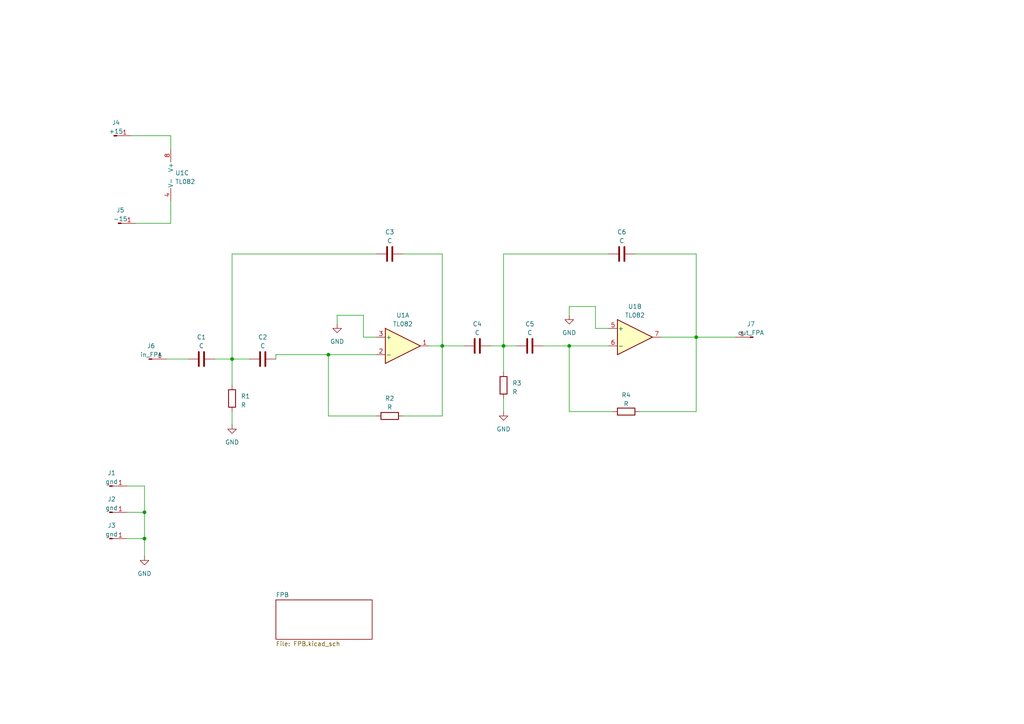
<source format=kicad_sch>
(kicad_sch (version 20230121) (generator eeschema)
  (paper "A4")
  (lib_symbols
    (symbol "Amplifier_Operational:TL082" (pin_names (offset 0.127))
      (property "Reference" "U" (at 0 5.08 0))
      (property "Value" "TL082" (at 0 -5.08 0))
      (symbol "TL082_1_1"
        (polyline (pts (xy -5.08 5.08) (xy 5.08 0) (xy -5.08 -5.08) (xy -5.08 5.08)) (stroke (width 0.254)) (fill (type background)))
        (pin output line (at 7.62 0 180) (length 2.54) (name "~") (number "1"))
        (pin input line (at -7.62 -2.54 0) (length 2.54) (name "-") (number "2"))
        (pin input line (at -7.62 2.54 0) (length 2.54) (name "+") (number "3"))
      )
      (symbol "TL082_2_1"
        (polyline (pts (xy -5.08 5.08) (xy 5.08 0) (xy -5.08 -5.08) (xy -5.08 5.08)) (stroke (width 0.254)) (fill (type background)))
        (pin input line (at -7.62 2.54 0) (length 2.54) (name "+") (number "5"))
        (pin input line (at -7.62 -2.54 0) (length 2.54) (name "-") (number "6"))
        (pin output line (at 7.62 0 180) (length 2.54) (name "~") (number "7"))
      )
      (symbol "TL082_3_1"
        (pin power_in line (at -2.54 -7.62 90) (length 3.81) (name "V-") (number "4"))
        (pin power_in line (at -2.54 7.62 270) (length 3.81) (name "V+") (number "8"))
      )
    )
    (symbol "Connector:Conn_01x01_Pin" (pin_names (offset 1.016) hide)
      (property "Reference" "J" (at 0 2.54 0))
      (property "Value" "Conn_01x01_Pin" (at 0 -2.54 0))
      (symbol "Conn_01x01_Pin_1_1"
        (polyline (pts (xy 1.27 0) (xy 0.8636 0)) (stroke (width 0.1524)))
        (rectangle (start 0.8636 0.127) (end 0 -0.127) (stroke (width 0.1524)) (fill (type outline)))
        (pin passive line (at 5.08 0 180) (length 3.81) (name "Pin_1") (number "1"))
      )
    )
    (symbol "Device:C" (pin_numbers hide) (pin_names (offset 0.254))
      (property "Reference" "C" (at 0.635 2.54 0))
      (property "Value" "C" (at 0.635 -2.54 0))
      (symbol "C_0_1"
        (polyline (pts (xy -2.032 -0.762) (xy 2.032 -0.762)) (stroke (width 0.508)))
        (polyline (pts (xy -2.032 0.762) (xy 2.032 0.762)) (stroke (width 0.508)))
      )
      (symbol "C_1_1"
        (pin passive line (at 0 3.81 270) (length 2.794) (name "~") (number "1"))
        (pin passive line (at 0 -3.81 90) (length 2.794) (name "~") (number "2"))
      )
    )
    (symbol "Device:R" (pin_numbers hide) (pin_names (offset 0))
      (property "Reference" "R" (at 2.032 0 90))
      (property "Value" "R" (at 0 0 90))
      (symbol "R_0_1"
        (rectangle (start -1.016 -2.54) (end 1.016 2.54) (stroke (width 0.254)))
      )
      (symbol "R_1_1"
        (pin passive line (at 0 3.81 270) (length 1.27) (name "~") (number "1"))
        (pin passive line (at 0 -3.81 90) (length 1.27) (name "~") (number "2"))
      )
    )
    (symbol "power:GND" (power) (pin_names (offset 0))
      (property "Value" "GND" (at 0 -3.81 0))
      (symbol "GND_0_1"
        (polyline (pts (xy 0 0) (xy 0 -1.27) (xy 1.27 -1.27) (xy 0 -2.54) (xy -1.27 -1.27) (xy 0 -1.27)))
      )
      (symbol "GND_1_1"
        (pin power_in line (at 0 0 270) (length 0) hide (name "GND") (number "1"))
      )
    )
  )
  (junction (at 41.91 148.59))
  (junction (at 67.31 104.14))
  (junction (at 146.05 100.33))
  (junction (at 201.93 97.79))
  (junction (at 165.1 100.33))
  (junction (at 128.27 100.33))
  (junction (at 95.25 102.87))
  (junction (at 41.91 156.21))
  (wire (pts (xy 172.72 88.9) (xy 165.1 88.9)))
  (wire (pts (xy 38.1 39.37) (xy 49.53 39.37)))
  (wire (pts (xy 97.79 91.44) (xy 97.79 93.98)))
  (wire (pts (xy 67.31 119.38) (xy 67.31 123.19)))
  (wire (pts (xy 146.05 73.66) (xy 146.05 100.33)))
  (wire (pts (xy 128.27 100.33) (xy 128.27 120.65)))
  (wire (pts (xy 109.22 97.79) (xy 105.41 97.79)))
  (wire (pts (xy 128.27 73.66) (xy 128.27 100.33)))
  (wire (pts (xy 67.31 73.66) (xy 67.31 104.14)))
  (wire (pts (xy 116.84 120.65) (xy 128.27 120.65)))
  (wire (pts (xy 48.26 104.14) (xy 54.61 104.14)))
  (wire (pts (xy 109.22 102.87) (xy 95.25 102.87)))
  (wire (pts (xy 146.05 100.33) (xy 146.05 107.95)))
  (wire (pts (xy 36.83 148.59) (xy 41.91 148.59)))
  (wire (pts (xy 201.93 119.38) (xy 185.42 119.38)))
  (wire (pts (xy 184.15 73.66) (xy 201.93 73.66)))
  (wire (pts (xy 146.05 100.33) (xy 149.86 100.33)))
  (wire (pts (xy 201.93 97.79) (xy 213.36 97.79)))
  (wire (pts (xy 165.1 119.38) (xy 165.1 100.33)))
  (wire (pts (xy 62.23 104.14) (xy 67.31 104.14)))
  (wire (pts (xy 36.83 156.21) (xy 41.91 156.21)))
  (wire (pts (xy 172.72 95.25) (xy 172.72 88.9)))
  (wire (pts (xy 109.22 120.65) (xy 95.25 120.65)))
  (wire (pts (xy 80.01 102.87) (xy 80.01 104.14)))
  (wire (pts (xy 49.53 39.37) (xy 49.53 43.18)))
  (wire (pts (xy 201.93 97.79) (xy 201.93 119.38)))
  (wire (pts (xy 124.46 100.33) (xy 128.27 100.33)))
  (wire (pts (xy 116.84 73.66) (xy 128.27 73.66)))
  (wire (pts (xy 105.41 91.44) (xy 97.79 91.44)))
  (wire (pts (xy 109.22 73.66) (xy 67.31 73.66)))
  (wire (pts (xy 157.48 100.33) (xy 165.1 100.33)))
  (wire (pts (xy 177.8 119.38) (xy 165.1 119.38)))
  (wire (pts (xy 49.53 64.77) (xy 49.53 58.42)))
  (wire (pts (xy 128.27 100.33) (xy 134.62 100.33)))
  (wire (pts (xy 41.91 140.97) (xy 41.91 148.59)))
  (wire (pts (xy 41.91 148.59) (xy 41.91 156.21)))
  (wire (pts (xy 67.31 104.14) (xy 72.39 104.14)))
  (wire (pts (xy 95.25 102.87) (xy 80.01 102.87)))
  (wire (pts (xy 191.77 97.79) (xy 201.93 97.79)))
  (wire (pts (xy 95.25 120.65) (xy 95.25 102.87)))
  (wire (pts (xy 41.91 156.21) (xy 41.91 161.29)))
  (wire (pts (xy 67.31 104.14) (xy 67.31 111.76)))
  (wire (pts (xy 176.53 73.66) (xy 146.05 73.66)))
  (wire (pts (xy 39.37 64.77) (xy 49.53 64.77)))
  (wire (pts (xy 105.41 97.79) (xy 105.41 91.44)))
  (wire (pts (xy 201.93 73.66) (xy 201.93 97.79)))
  (wire (pts (xy 165.1 100.33) (xy 176.53 100.33)))
  (wire (pts (xy 142.24 100.33) (xy 146.05 100.33)))
  (wire (pts (xy 176.53 95.25) (xy 172.72 95.25)))
  (wire (pts (xy 146.05 115.57) (xy 146.05 119.38)))
  (wire (pts (xy 165.1 88.9) (xy 165.1 91.44)))
  (wire (pts (xy 36.83 140.97) (xy 41.91 140.97)))
  (symbol (lib_id "Connector:Conn_01x01_Pin") (at 218.44 97.79 180) (unit 1)
    (property "Reference" "J7" (at 217.805 93.98 0))
    (property "Value" "out_FPA" (at 217.805 96.52 0))
    (property "Footprint" "Connector_Pin:Pin_D1.0mm_L10.0mm" (effects hide))
  )
  (symbol (lib_id "power:GND") (at 146.05 119.38 0) (unit 1)
    (property "Reference" "#PWR04" (effects hide))
    (property "Value" "GND" (at 146.05 124.46 0))
  )
  (symbol (lib_id "power:GND") (at 67.31 123.19 0) (unit 1)
    (property "Reference" "#PWR02" (effects hide))
    (property "Value" "GND" (at 67.31 128.27 0))
  )
  (symbol (lib_id "Device:R") (at 113.03 120.65 90) (unit 1)
    (property "Reference" "R2" (at 113.03 115.57 90))
    (property "Value" "R" (at 113.03 118.11 90))
    (property "Footprint" "Resistor_THT:R_Axial_DIN0207_L6.3mm_D2.5mm_P7.62mm_Horizontal" (effects hide))
  )
  (symbol (lib_id "Connector:Conn_01x01_Pin") (at 31.75 140.97 0) (unit 1)
    (property "Reference" "J1" (at 32.385 137.16 0))
    (property "Value" "gnd" (at 32.385 139.7 0))
    (property "Footprint" "Connector_Pin:Pin_D1.0mm_L10.0mm" (effects hide))
  )
  (symbol (lib_id "Device:C") (at 138.43 100.33 90) (unit 1)
    (property "Reference" "C4" (at 138.43 93.98 90))
    (property "Value" "C" (at 138.43 96.52 90))
    (property "Footprint" "Capacitor_THT:C_Disc_D7.5mm_W2.5mm_P5.00mm" (effects hide))
  )
  (symbol (lib_id "Device:C") (at 180.34 73.66 90) (unit 1)
    (property "Reference" "C6" (at 180.34 67.31 90))
    (property "Value" "C" (at 180.34 69.85 90))
    (property "Footprint" "Capacitor_THT:C_Disc_D7.5mm_W2.5mm_P5.00mm" (effects hide))
  )
  (symbol (lib_id "Device:R") (at 146.05 111.76 0) (unit 1)
    (property "Reference" "R3" (at 148.59 111.125 0) (effects (justify left)))
    (property "Value" "R" (at 148.59 113.665 0) (effects (justify left)))
    (property "Footprint" "Resistor_THT:R_Axial_DIN0207_L6.3mm_D2.5mm_P7.62mm_Horizontal" (effects hide))
  )
  (symbol (lib_id "Device:C") (at 58.42 104.14 90) (unit 1)
    (property "Reference" "C1" (at 58.42 97.79 90))
    (property "Value" "C" (at 58.42 100.33 90))
    (property "Footprint" "Capacitor_THT:C_Disc_D7.5mm_W2.5mm_P5.00mm" (effects hide))
  )
  (symbol (lib_id "Connector:Conn_01x01_Pin") (at 31.75 156.21 0) (unit 1)
    (property "Reference" "J3" (at 32.385 152.4 0))
    (property "Value" "gnd" (at 32.385 154.94 0))
    (property "Footprint" "Connector_Pin:Pin_D1.0mm_L10.0mm" (effects hide))
  )
  (symbol (lib_id "Connector:Conn_01x01_Pin") (at 33.02 39.37 0) (unit 1)
    (property "Reference" "J4" (at 33.655 35.56 0))
    (property "Value" "+15" (at 33.655 38.1 0))
    (property "Footprint" "Connector_Pin:Pin_D1.0mm_L10.0mm" (effects hide))
  )
  (symbol (lib_id "Amplifier_Operational:TL082") (at 116.84 100.33 0) (unit 1)
    (property "Reference" "U1" (at 116.84 91.44 0))
    (property "Value" "TL082" (at 116.84 93.98 0))
    (property "Footprint" "Package_DIP:DIP-8_W7.62mm_LongPads" (effects hide))
    (property "Datasheet" "http://www.ti.com/lit/ds/symlink/tl081.pdf" (effects hide))
  )
  (symbol (lib_id "power:GND") (at 165.1 91.44 0) (unit 1)
    (property "Reference" "#PWR05" (effects hide))
    (property "Value" "GND" (at 165.1 96.52 0))
  )
  (symbol (lib_id "power:GND") (at 97.79 93.98 0) (unit 1)
    (property "Reference" "#PWR03" (effects hide))
    (property "Value" "GND" (at 97.79 99.06 0))
  )
  (symbol (lib_id "Amplifier_Operational:TL082") (at 184.15 97.79 0) (unit 2)
    (property "Reference" "U1" (at 184.15 88.9 0))
    (property "Value" "TL082" (at 184.15 91.44 0))
    (property "Footprint" "Package_DIP:DIP-8_W7.62mm_LongPads" (effects hide))
    (property "Datasheet" "http://www.ti.com/lit/ds/symlink/tl081.pdf" (effects hide))
  )
  (symbol (lib_id "Amplifier_Operational:TL082") (at 52.07 50.8 0) (unit 3)
    (property "Reference" "U1" (at 50.8 50.165 0) (effects (justify left)))
    (property "Value" "TL082" (at 50.8 52.705 0) (effects (justify left)))
    (property "Footprint" "Package_DIP:DIP-8_W7.62mm_LongPads" (effects hide))
    (property "Datasheet" "http://www.ti.com/lit/ds/symlink/tl081.pdf" (effects hide))
  )
  (symbol (lib_id "Device:C") (at 76.2 104.14 90) (unit 1)
    (property "Reference" "C2" (at 76.2 97.79 90))
    (property "Value" "C" (at 76.2 100.33 90))
    (property "Footprint" "Capacitor_THT:C_Disc_D7.5mm_W2.5mm_P5.00mm" (effects hide))
  )
  (symbol (lib_id "Connector:Conn_01x01_Pin") (at 31.75 148.59 0) (unit 1)
    (property "Reference" "J2" (at 32.385 144.78 0))
    (property "Value" "gnd" (at 32.385 147.32 0))
    (property "Footprint" "Connector_Pin:Pin_D1.0mm_L10.0mm" (effects hide))
  )
  (symbol (lib_id "Connector:Conn_01x01_Pin") (at 43.18 104.14 0) (unit 1)
    (property "Reference" "J6" (at 43.815 100.33 0))
    (property "Value" "in_FPA" (at 43.815 102.87 0))
    (property "Footprint" "Connector_Pin:Pin_D1.0mm_L10.0mm" (effects hide))
  )
  (symbol (lib_id "Device:C") (at 153.67 100.33 90) (unit 1)
    (property "Reference" "C5" (at 153.67 93.98 90))
    (property "Value" "C" (at 153.67 96.52 90))
    (property "Footprint" "Capacitor_THT:C_Disc_D7.5mm_W2.5mm_P5.00mm" (effects hide))
  )
  (symbol (lib_id "Device:R") (at 181.61 119.38 90) (unit 1)
    (property "Reference" "R4" (at 181.61 114.5969 90))
    (property "Value" "R" (at 181.61 117.1369 90))
    (property "Footprint" "Resistor_THT:R_Axial_DIN0207_L6.3mm_D2.5mm_P7.62mm_Horizontal" (effects hide))
  )
  (symbol (lib_id "Device:R") (at 67.31 115.57 0) (unit 1)
    (property "Reference" "R1" (at 69.85 114.935 0) (effects (justify left)))
    (property "Value" "R" (at 69.85 117.475 0) (effects (justify left)))
    (property "Footprint" "Resistor_THT:R_Axial_DIN0207_L6.3mm_D2.5mm_P7.62mm_Horizontal" (effects hide))
  )
  (symbol (lib_id "Connector:Conn_01x01_Pin") (at 34.29 64.77 0) (unit 1)
    (property "Reference" "J5" (at 34.925 60.96 0))
    (property "Value" "-15" (at 34.925 63.5 0))
    (property "Footprint" "Connector_Pin:Pin_D1.0mm_L10.0mm" (effects hide))
  )
  (symbol (lib_id "power:GND") (at 41.91 161.29 0) (unit 1)
    (property "Reference" "#PWR01" (effects hide))
    (property "Value" "GND" (at 41.91 166.37 0))
  )
  (symbol (lib_id "Device:C") (at 113.03 73.66 90) (unit 1)
    (property "Reference" "C3" (at 113.03 67.31 90))
    (property "Value" "C" (at 113.03 69.85 90))
    (property "Footprint" "Capacitor_THT:C_Disc_D7.5mm_W2.5mm_P5.00mm" (effects hide))
  )
  (sheet (at 80.01 173.99) (size 27.94 11.43) (stroke (width 0.1524))
    (property "Sheetname" "FPB" (at 80.01 173.2784 0) (effects (justify left bottom)))
    (property "Sheetfile" "FPB.kicad_sch" (at 80.01 186.0046 0) (effects (justify left top)))
  )
)
</source>
